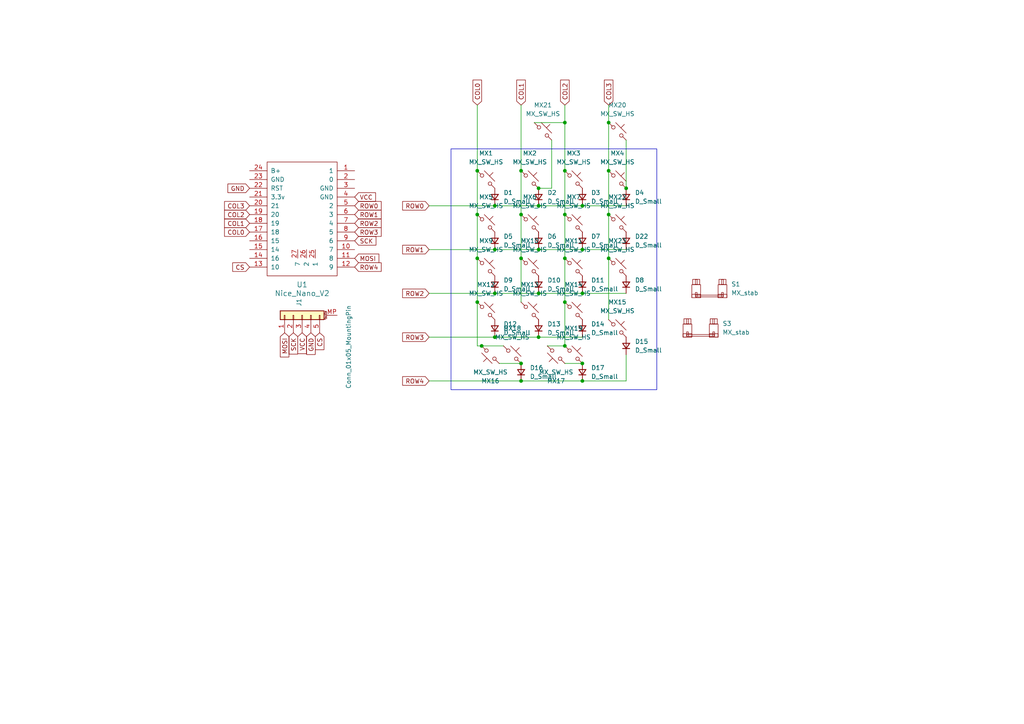
<source format=kicad_sch>
(kicad_sch (version 20231120) (generator "eeschema") (generator_version "8.0")
  (paper "A4")
  (lib_symbols
    (symbol "Connector_Generic_MountingPin:Conn_01x05_MountingPin" (pin_names (offset 1.016) hide)
      (property "Reference" "J" (at 0 7.62 0))
      (property "Value" "Conn_01x05_MountingPin" (at 1.27 -7.62 0))
      (symbol "Conn_01x05_MountingPin_1_1"
        (rectangle (start -1.27 -4.953) (end 0 -5.207) (stroke (width 0.1524)))
        (rectangle (start -1.27 -2.413) (end 0 -2.667) (stroke (width 0.1524)))
        (rectangle (start -1.27 0.127) (end 0 -0.127) (stroke (width 0.1524)))
        (rectangle (start -1.27 2.667) (end 0 2.413) (stroke (width 0.1524)))
        (rectangle (start -1.27 5.207) (end 0 4.953) (stroke (width 0.1524)))
        (rectangle (start -1.27 6.35) (end 1.27 -6.35) (stroke (width 0.254)) (fill (type background)))
        (polyline (pts (xy -1.016 -7.112) (xy 1.016 -7.112)) (stroke (width 0.1524)))
        (text "Mounting" (at 0 -6.731 0) (effects (font (size 0.381 0.381))))
        (pin passive line (at -5.08 5.08 0) (length 3.81) (name "Pin_1") (number "1"))
        (pin passive line (at -5.08 2.54 0) (length 3.81) (name "Pin_2") (number "2"))
        (pin passive line (at -5.08 0 0) (length 3.81) (name "Pin_3") (number "3"))
        (pin passive line (at -5.08 -2.54 0) (length 3.81) (name "Pin_4") (number "4"))
        (pin passive line (at -5.08 -5.08 0) (length 3.81) (name "Pin_5") (number "5"))
        (pin passive line (at 0 -10.16 90) (length 3.048) (name "MountPin") (number "MP"))
      )
    )
    (symbol "Device:D_Small" (pin_numbers hide) (pin_names (offset 0.254) hide)
      (property "Reference" "D" (at -1.27 2.032 0))
      (property "Value" "D_Small" (at -3.81 -2.032 0))
      (symbol "D_Small_0_1"
        (polyline (pts (xy -0.762 -1.016) (xy -0.762 1.016)) (stroke (width 0.254)))
        (polyline (pts (xy -0.762 0) (xy 0.762 0)))
        (polyline (pts (xy 0.762 -1.016) (xy -0.762 0) (xy 0.762 1.016) (xy 0.762 -1.016)) (stroke (width 0.254)))
      )
      (symbol "D_Small_1_1"
        (pin passive line (at -2.54 0 0) (length 1.778) (name "K") (number "1"))
        (pin passive line (at 2.54 0 180) (length 1.778) (name "A") (number "2"))
      )
    )
    (symbol "PCM_marbastlib-mx:MX_SW_HS_CPG151101S11" (pin_numbers hide) (pin_names (offset 1.016) hide)
      (property "Reference" "MX" (at 3.048 1.016 0))
      (property "Value" "MX_SW_HS" (at 0 -3.81 0))
      (symbol "MX_SW_HS_CPG151101S11_0_1"
        (circle (center -1.1684 1.1684) (radius 0.508))
        (polyline (pts (xy -0.508 2.54) (xy 2.54 -0.508)))
        (polyline (pts (xy 1.016 1.016) (xy 2.032 2.032)))
        (polyline (pts (xy -2.54 2.54) (xy -1.524 1.524) (xy -1.524 1.524)))
        (polyline (pts (xy 1.524 -1.524) (xy 2.54 -2.54) (xy 2.54 -2.54) (xy 2.54 -2.54)))
        (circle (center 1.143 -1.1938) (radius 0.508))
        (pin passive line (at -2.54 2.54 0) (length 0) (name "1") (number "1"))
        (pin passive line (at 2.54 -2.54 180) (length 0) (name "2") (number "2"))
      )
    )
    (symbol "PCM_marbastlib-mx:MX_stab" (pin_names (offset 1.016))
      (property "Reference" "S" (at -5.08 6.35 0))
      (property "Value" "MX_stab" (at -5.08 3.81 0))
      (symbol "MX_stab_0_1"
        (rectangle (start -5.08 -1.524) (end -2.54 -2.54))
        (rectangle (start -5.08 1.27) (end -2.54 -2.54))
        (rectangle (start -4.826 2.794) (end -2.794 1.27))
        (rectangle (start -4.064 -2.286) (end -3.556 -1.016))
        (rectangle (start -4.064 -1.778) (end 4.064 -2.286))
        (rectangle (start -4.064 1.27) (end -3.556 2.794))
        (rectangle (start 2.54 -1.524) (end 5.08 -2.54))
        (rectangle (start 2.54 1.27) (end 5.08 -2.54))
        (rectangle (start 2.794 2.794) (end 4.826 1.27))
        (rectangle (start 3.556 1.27) (end 4.064 2.794))
        (rectangle (start 4.064 -2.286) (end 3.556 -1.016))
      )
    )
    (symbol "ScottoKeebs:MCU_Nice_Nano_V2" (pin_names (offset 1.016))
      (property "Reference" "U" (at 0 0 0))
      (property "Value" "Nice_Nano_V2" (at 0 -19.05 0))
      (symbol "MCU_Nice_Nano_V2_0_1"
        (rectangle (start -10.16 16.51) (end 10.16 -16.51))
      )
      (symbol "MCU_Nice_Nano_V2_1_1"
        (pin input line (at -15.24 13.97 0) (length 5.08) (name "1") (number "1"))
        (pin input line (at -15.24 -8.89 0) (length 5.08) (name "7") (number "10"))
        (pin input line (at -15.24 -11.43 0) (length 5.08) (name "8") (number "11"))
        (pin input line (at -15.24 -13.97 0) (length 5.08) (name "9") (number "12"))
        (pin input line (at 15.24 -13.97 180) (length 5.08) (name "10") (number "13"))
        (pin input line (at 15.24 -11.43 180) (length 5.08) (name "16") (number "14"))
        (pin input line (at 15.24 -8.89 180) (length 5.08) (name "14") (number "15"))
        (pin input line (at 15.24 -6.35 180) (length 5.08) (name "15") (number "16"))
        (pin input line (at 15.24 -3.81 180) (length 5.08) (name "18") (number "17"))
        (pin input line (at 15.24 -1.27 180) (length 5.08) (name "19") (number "18"))
        (pin input line (at 15.24 1.27 180) (length 5.08) (name "20") (number "19"))
        (pin input line (at -15.24 11.43 0) (length 5.08) (name "0") (number "2"))
        (pin input line (at 15.24 3.81 180) (length 5.08) (name "21") (number "20"))
        (pin input line (at 15.24 6.35 180) (length 5.08) (name "3.3v") (number "21"))
        (pin input line (at 15.24 8.89 180) (length 5.08) (name "RST") (number "22"))
        (pin input line (at 15.24 11.43 180) (length 5.08) (name "GND") (number "23"))
        (pin input line (at 15.24 13.97 180) (length 5.08) (name "B+") (number "24"))
        (pin input line (at -3.81 -8.89 270) (length 2.5) (name "1") (number "25"))
        (pin input line (at -1.27 -8.89 270) (length 2.5) (name "2") (number "26"))
        (pin input line (at 1.27 -8.89 270) (length 2.5) (name "7") (number "27"))
        (pin input line (at -15.24 8.89 0) (length 5.08) (name "GND") (number "3"))
        (pin input line (at -15.24 6.35 0) (length 5.08) (name "GND") (number "4"))
        (pin input line (at -15.24 3.81 0) (length 5.08) (name "2") (number "5"))
        (pin input line (at -15.24 1.27 0) (length 5.08) (name "3") (number "6"))
        (pin input line (at -15.24 -1.27 0) (length 5.08) (name "4") (number "7"))
        (pin input line (at -15.24 -3.81 0) (length 5.08) (name "5") (number "8"))
        (pin input line (at -15.24 -6.35 0) (length 5.08) (name "6") (number "9"))
      )
    )
  )
  (junction (at 176.53 49.53))
  (junction (at 139.7 100.33))
  (junction (at 163.83 87.63))
  (junction (at 168.91 72.39))
  (junction (at 163.83 62.23))
  (junction (at 168.91 110.49))
  (junction (at 138.43 74.93))
  (junction (at 138.43 87.63))
  (junction (at 163.83 100.33))
  (junction (at 168.91 85.09))
  (junction (at 163.83 49.53))
  (junction (at 163.83 74.93))
  (junction (at 156.21 54.61))
  (junction (at 163.83 35.56))
  (junction (at 138.43 62.23))
  (junction (at 151.13 105.41))
  (junction (at 143.51 72.39))
  (junction (at 168.91 59.69))
  (junction (at 156.21 59.69))
  (junction (at 151.13 74.93))
  (junction (at 143.51 85.09))
  (junction (at 151.13 49.53))
  (junction (at 156.21 97.79))
  (junction (at 176.53 35.56))
  (junction (at 156.21 72.39))
  (junction (at 138.43 49.53))
  (junction (at 151.13 110.49))
  (junction (at 176.53 62.23))
  (junction (at 143.51 97.79))
  (junction (at 176.53 74.93))
  (junction (at 143.51 59.69))
  (junction (at 168.91 105.41))
  (junction (at 181.61 54.61))
  (junction (at 156.21 85.09))
  (junction (at 151.13 62.23))
  (wire (pts (xy 160.02 54.61) (xy 156.21 54.61)))
  (wire (pts (xy 168.91 59.69) (xy 181.61 59.69)))
  (wire (pts (xy 163.83 49.53) (xy 163.83 62.23)))
  (wire (pts (xy 168.91 110.49) (xy 181.61 110.49)))
  (wire (pts (xy 176.53 62.23) (xy 176.53 74.93)))
  (wire (pts (xy 151.13 49.53) (xy 151.13 62.23)))
  (wire (pts (xy 151.13 110.49) (xy 168.91 110.49)))
  (wire (pts (xy 124.46 59.69) (xy 143.51 59.69)))
  (wire (pts (xy 156.21 97.79) (xy 168.91 97.79)))
  (wire (pts (xy 163.83 35.56) (xy 163.83 49.53)))
  (wire (pts (xy 143.51 85.09) (xy 156.21 85.09)))
  (wire (pts (xy 168.91 72.39) (xy 181.61 72.39)))
  (wire (pts (xy 143.51 97.79) (xy 156.21 97.79)))
  (wire (pts (xy 181.61 40.64) (xy 181.61 54.61)))
  (wire (pts (xy 181.61 85.09) (xy 168.91 85.09)))
  (wire (pts (xy 144.78 105.41) (xy 151.13 105.41)))
  (wire (pts (xy 163.83 87.63) (xy 163.83 100.33)))
  (wire (pts (xy 163.83 105.41) (xy 168.91 105.41)))
  (wire (pts (xy 151.13 30.48) (xy 151.13 49.53)))
  (wire (pts (xy 176.53 49.53) (xy 176.53 62.23)))
  (wire (pts (xy 151.13 62.23) (xy 151.13 74.93)))
  (wire (pts (xy 138.43 74.93) (xy 138.43 87.63)))
  (wire (pts (xy 124.46 72.39) (xy 143.51 72.39)))
  (wire (pts (xy 156.21 85.09) (xy 168.91 85.09)))
  (wire (pts (xy 143.51 72.39) (xy 156.21 72.39)))
  (wire (pts (xy 151.13 74.93) (xy 151.13 87.63)))
  (wire (pts (xy 158.75 100.33) (xy 163.83 100.33)))
  (wire (pts (xy 156.21 59.69) (xy 168.91 59.69)))
  (wire (pts (xy 181.61 110.49) (xy 181.61 102.87)))
  (wire (pts (xy 154.94 35.56) (xy 163.83 35.56)))
  (wire (pts (xy 160.02 40.64) (xy 160.02 54.61)))
  (wire (pts (xy 176.53 35.56) (xy 176.53 49.53)))
  (wire (pts (xy 124.46 85.09) (xy 143.51 85.09)))
  (wire (pts (xy 139.7 100.33) (xy 146.05 100.33)))
  (wire (pts (xy 176.53 74.93) (xy 176.53 92.71)))
  (wire (pts (xy 163.83 62.23) (xy 163.83 74.93)))
  (wire (pts (xy 163.83 74.93) (xy 163.83 87.63)))
  (wire (pts (xy 124.46 110.49) (xy 151.13 110.49)))
  (wire (pts (xy 156.21 72.39) (xy 168.91 72.39)))
  (wire (pts (xy 138.43 87.63) (xy 138.43 100.33)))
  (wire (pts (xy 138.43 100.33) (xy 139.7 100.33)))
  (wire (pts (xy 143.51 59.69) (xy 156.21 59.69)))
  (wire (pts (xy 138.43 49.53) (xy 138.43 62.23)))
  (wire (pts (xy 138.43 62.23) (xy 138.43 74.93)))
  (wire (pts (xy 124.46 97.79) (xy 143.51 97.79)))
  (wire (pts (xy 138.43 30.48) (xy 138.43 49.53)))
  (wire (pts (xy 176.53 30.48) (xy 176.53 35.56)))
  (wire (pts (xy 163.83 30.48) (xy 163.83 35.56)))
  (rectangle (start 130.81 43.18) (end 190.5 113.03))
  (global_label "ROW1" (shape input) (at 124.46 72.39 180) (property "Intersheetrefs" "${INTERSHEET_REFS}" (effects (hide yes))))
  (global_label "COL2" (shape input) (at 163.83 30.48 90) (property "Intersheetrefs" "${INTERSHEET_REFS}" (effects (hide yes))))
  (global_label "ROW0" (shape input) (at 102.87 59.69 0) (property "Intersheetrefs" "${INTERSHEET_REFS}" (effects (hide yes))))
  (global_label "COL1" (shape input) (at 151.13 30.48 90) (property "Intersheetrefs" "${INTERSHEET_REFS}" (effects (hide yes))))
  (global_label "COL3" (shape input) (at 72.39 59.69 180) (property "Intersheetrefs" "${INTERSHEET_REFS}" (effects (hide yes))))
  (global_label "MOSI" (shape input) (at 102.87 74.93 0) (property "Intersheetrefs" "${INTERSHEET_REFS}" (effects (hide yes))))
  (global_label "CS" (shape input) (at 72.39 77.47 180) (property "Intersheetrefs" "${INTERSHEET_REFS}" (effects (hide yes))))
  (global_label "ROW1" (shape input) (at 102.87 62.23 0) (property "Intersheetrefs" "${INTERSHEET_REFS}" (effects (hide yes))))
  (global_label "GND" (shape input) (at 90.17 96.52 270) (property "Intersheetrefs" "${INTERSHEET_REFS}" (effects (hide yes))))
  (global_label "COL0" (shape input) (at 72.39 67.31 180) (property "Intersheetrefs" "${INTERSHEET_REFS}" (effects (hide yes))))
  (global_label "SCK" (shape input) (at 102.87 69.85 0) (property "Intersheetrefs" "${INTERSHEET_REFS}" (effects (hide yes))))
  (global_label "COL1" (shape input) (at 72.39 64.77 180) (property "Intersheetrefs" "${INTERSHEET_REFS}" (effects (hide yes))))
  (global_label "VCC" (shape input) (at 102.87 57.15 0) (property "Intersheetrefs" "${INTERSHEET_REFS}" (effects (hide yes))))
  (global_label "ROW3" (shape input) (at 102.87 67.31 0) (property "Intersheetrefs" "${INTERSHEET_REFS}" (effects (hide yes))))
  (global_label "ROW2" (shape input) (at 102.87 64.77 0) (property "Intersheetrefs" "${INTERSHEET_REFS}" (effects (hide yes))))
  (global_label "ROW0" (shape input) (at 124.46 59.69 180) (property "Intersheetrefs" "${INTERSHEET_REFS}" (effects (hide yes))))
  (global_label "VCC" (shape input) (at 87.63 96.52 270) (property "Intersheetrefs" "${INTERSHEET_REFS}" (effects (hide yes))))
  (global_label "ROW2" (shape input) (at 124.46 85.09 180) (property "Intersheetrefs" "${INTERSHEET_REFS}" (effects (hide yes))))
  (global_label "SCK" (shape input) (at 85.09 96.52 270) (property "Intersheetrefs" "${INTERSHEET_REFS}" (effects (hide yes))))
  (global_label "MOSI" (shape input) (at 82.55 96.52 270) (property "Intersheetrefs" "${INTERSHEET_REFS}" (effects (hide yes))))
  (global_label "ROW4" (shape input) (at 124.46 110.49 180) (property "Intersheetrefs" "${INTERSHEET_REFS}" (effects (hide yes))))
  (global_label "CS" (shape input) (at 92.71 96.52 270) (property "Intersheetrefs" "${INTERSHEET_REFS}" (effects (hide yes))))
  (global_label "COL3" (shape input) (at 176.53 30.48 90) (property "Intersheetrefs" "${INTERSHEET_REFS}" (effects (hide yes))))
  (global_label "GND" (shape input) (at 72.39 54.61 180) (property "Intersheetrefs" "${INTERSHEET_REFS}" (effects (hide yes))))
  (global_label "COL0" (shape input) (at 138.43 30.48 90) (property "Intersheetrefs" "${INTERSHEET_REFS}" (effects (hide yes))))
  (global_label "ROW3" (shape input) (at 124.46 97.79 180) (property "Intersheetrefs" "${INTERSHEET_REFS}" (effects (hide yes))))
  (global_label "COL2" (shape input) (at 72.39 62.23 180) (property "Intersheetrefs" "${INTERSHEET_REFS}" (effects (hide yes))))
  (global_label "ROW4" (shape input) (at 102.87 77.47 0) (property "Intersheetrefs" "${INTERSHEET_REFS}" (effects (hide yes))))
  (symbol (lib_id "Device:D_Small") (at 156.21 69.85 90) (unit 1)
    (property "Reference" "D6" (at 158.75 68.5799 90) (effects (justify right)))
    (property "Value" "D_Small" (at 158.75 71.1199 90) (effects (justify right)))
    (property "Footprint" "ScottoKeebs_Components:Diode_SOD-123" (effects (hide yes)))
    (property "Description" "Diode, small symbol" (effects (hide yes)))
    (property "Sim.Device" "D" (effects (hide yes)))
    (property "Sim.Pins" "1=K 2=A" (effects (hide yes)))
  )
  (symbol (lib_id "Device:D_Small") (at 168.91 107.95 90) (unit 1)
    (property "Reference" "D17" (at 171.45 106.6799 90) (effects (justify right)))
    (property "Value" "D_Small" (at 171.45 109.2199 90) (effects (justify right)))
    (property "Footprint" "ScottoKeebs_Components:Diode_SOD-123" (effects (hide yes)))
    (property "Description" "Diode, small symbol" (effects (hide yes)))
    (property "Sim.Device" "D" (effects (hide yes)))
    (property "Sim.Pins" "1=K 2=A" (effects (hide yes)))
  )
  (symbol (lib_id "PCM_marbastlib-mx:MX_SW_HS_CPG151101S11") (at 179.07 77.47 0) (unit 1)
    (property "Reference" "MX23" (at 179.07 69.85 0))
    (property "Value" "MX_SW_HS" (at 179.07 72.39 0))
    (property "Footprint" "PCM_marbastlib-mx:SW_MX_HS_CPG151101S11_1u" (effects (hide yes)))
    (property "Description" "Push button switch, normally open, two pins, 45° tilted, Kailh CPG151101S11 for Cherry MX style switches" (effects (hide yes)))
  )
  (symbol (lib_id "PCM_marbastlib-mx:MX_SW_HS_CPG151101S11") (at 166.37 90.17 0) (unit 1)
    (property "Reference" "MX14" (at 166.37 82.55 0))
    (property "Value" "MX_SW_HS" (at 166.37 85.09 0))
    (property "Footprint" "PCM_marbastlib-mx:SW_MX_HS_CPG151101S11_1u" (effects (hide yes)))
    (property "Description" "Push button switch, normally open, two pins, 45° tilted, Kailh CPG151101S11 for Cherry MX style switches" (effects (hide yes)))
  )
  (symbol (lib_id "PCM_marbastlib-mx:MX_SW_HS_CPG151101S11") (at 140.97 64.77 0) (unit 1)
    (property "Reference" "MX5" (at 140.97 57.15 0))
    (property "Value" "MX_SW_HS" (at 140.97 59.69 0))
    (property "Footprint" "PCM_marbastlib-mx:SW_MX_HS_CPG151101S11_1u" (effects (hide yes)))
    (property "Description" "Push button switch, normally open, two pins, 45° tilted, Kailh CPG151101S11 for Cherry MX style switches" (effects (hide yes)))
  )
  (symbol (lib_id "PCM_marbastlib-mx:MX_SW_HS_CPG151101S11") (at 179.07 52.07 0) (unit 1)
    (property "Reference" "MX4" (at 179.07 44.45 0))
    (property "Value" "MX_SW_HS" (at 179.07 46.99 0))
    (property "Footprint" "PCM_marbastlib-mx:SW_MX_HS_CPG151101S11_1u" (effects (hide yes)))
    (property "Description" "Push button switch, normally open, two pins, 45° tilted, Kailh CPG151101S11 for Cherry MX style switches" (effects (hide yes)))
  )
  (symbol (lib_id "PCM_marbastlib-mx:MX_SW_HS_CPG151101S11") (at 166.37 102.87 0) (unit 1)
    (property "Reference" "MX19" (at 166.37 95.25 0))
    (property "Value" "MX_SW_HS" (at 166.37 97.79 0))
    (property "Footprint" "PCM_marbastlib-mx:SW_MX_HS_CPG151101S11_1.25u" (effects (hide yes)))
    (property "Description" "Push button switch, normally open, two pins, 45° tilted, Kailh CPG151101S11 for Cherry MX style switches" (effects (hide yes)))
  )
  (symbol (lib_id "Device:D_Small") (at 156.21 82.55 90) (unit 1)
    (property "Reference" "D10" (at 158.75 81.2799 90) (effects (justify right)))
    (property "Value" "D_Small" (at 158.75 83.8199 90) (effects (justify right)))
    (property "Footprint" "ScottoKeebs_Components:Diode_SOD-123" (effects (hide yes)))
    (property "Description" "Diode, small symbol" (effects (hide yes)))
    (property "Sim.Device" "D" (effects (hide yes)))
    (property "Sim.Pins" "1=K 2=A" (effects (hide yes)))
  )
  (symbol (lib_id "PCM_marbastlib-mx:MX_SW_HS_CPG151101S11") (at 179.07 64.77 0) (unit 1)
    (property "Reference" "MX22" (at 179.07 57.15 0))
    (property "Value" "MX_SW_HS" (at 179.07 59.69 0))
    (property "Footprint" "PCM_marbastlib-mx:SW_MX_HS_CPG151101S11_1u" (effects (hide yes)))
    (property "Description" "Push button switch, normally open, two pins, 45° tilted, Kailh CPG151101S11 for Cherry MX style switches" (effects (hide yes)))
  )
  (symbol (lib_id "ScottoKeebs:MCU_Nice_Nano_V2") (at 87.63 63.5 0) (mirror y) (unit 1)
    (property "Reference" "U1" (at 87.63 82.55 0) (effects (font (size 1.524 1.524))))
    (property "Value" "Nice_Nano_V2" (at 87.63 85.09 0) (effects (font (size 1.524 1.524))))
    (property "Footprint" "ScottoKeebs_MCU:Nice_Nano_V2" (effects (hide yes)))
  )
  (symbol (lib_id "Device:D_Small") (at 181.61 100.33 90) (unit 1)
    (property "Reference" "D15" (at 184.15 99.0599 90) (effects (justify right)))
    (property "Value" "D_Small" (at 184.15 101.5999 90) (effects (justify right)))
    (property "Footprint" "ScottoKeebs_Components:Diode_SOD-123" (effects (hide yes)))
    (property "Description" "Diode, small symbol" (effects (hide yes)))
    (property "Sim.Device" "D" (effects (hide yes)))
    (property "Sim.Pins" "1=K 2=A" (effects (hide yes)))
  )
  (symbol (lib_id "Device:D_Small") (at 168.91 95.25 90) (unit 1)
    (property "Reference" "D14" (at 171.45 93.9799 90) (effects (justify right)))
    (property "Value" "D_Small" (at 171.45 96.5199 90) (effects (justify right)))
    (property "Footprint" "ScottoKeebs_Components:Diode_SOD-123" (effects (hide yes)))
    (property "Description" "Diode, small symbol" (effects (hide yes)))
    (property "Sim.Device" "D" (effects (hide yes)))
    (property "Sim.Pins" "1=K 2=A" (effects (hide yes)))
  )
  (symbol (lib_id "PCM_marbastlib-mx:MX_stab") (at 205.74 83.82 0) (unit 1)
    (property "Reference" "S1" (at 212.09 82.4229 0) (effects (justify left)))
    (property "Value" "MX_stab" (at 212.09 84.9629 0) (effects (justify left)))
    (property "Footprint" "PCM_marbastlib-mx:STAB_MX_2u" (effects (hide yes)))
    (property "Description" "Cherry MX-style stabilizer" (effects (hide yes)))
  )
  (symbol (lib_id "PCM_marbastlib-mx:MX_SW_HS_CPG151101S11") (at 140.97 52.07 0) (unit 1)
    (property "Reference" "MX1" (at 140.97 44.45 0))
    (property "Value" "MX_SW_HS" (at 140.97 46.99 0))
    (property "Footprint" "PCM_marbastlib-mx:SW_MX_HS_CPG151101S11_1u" (effects (hide yes)))
    (property "Description" "Push button switch, normally open, two pins, 45° tilted, Kailh CPG151101S11 for Cherry MX style switches" (effects (hide yes)))
  )
  (symbol (lib_id "PCM_marbastlib-mx:MX_stab") (at 203.2 95.25 0) (unit 1)
    (property "Reference" "S3" (at 209.55 93.8529 0) (effects (justify left)))
    (property "Value" "MX_stab" (at 209.55 96.3929 0) (effects (justify left)))
    (property "Footprint" "PCM_marbastlib-mx:STAB_MX_2u" (effects (hide yes)))
    (property "Description" "Cherry MX-style stabilizer" (effects (hide yes)))
  )
  (symbol (lib_id "Connector_Generic_MountingPin:Conn_01x05_MountingPin") (at 87.63 91.44 90) (unit 1)
    (property "Reference" "J1" (at 86.7155 88.9 0) (effects (justify left)))
    (property "Value" "Conn_01x05_MountingPin" (at 101.092 112.776 0) (effects (justify left)))
    (property "Description" "Generic connectable mounting pin connector, single row, 01x05, script generated (kicad-library-utils/schlib/autogen/connector/)" (effects (hide yes)))
  )
  (symbol (lib_id "Device:D_Small") (at 143.51 69.85 90) (unit 1)
    (property "Reference" "D5" (at 146.05 68.5799 90) (effects (justify right)))
    (property "Value" "D_Small" (at 146.05 71.1199 90) (effects (justify right)))
    (property "Footprint" "ScottoKeebs_Components:Diode_SOD-123" (effects (hide yes)))
    (property "Description" "Diode, small symbol" (effects (hide yes)))
    (property "Sim.Device" "D" (effects (hide yes)))
    (property "Sim.Pins" "1=K 2=A" (effects (hide yes)))
  )
  (symbol (lib_id "PCM_marbastlib-mx:MX_SW_HS_CPG151101S11") (at 179.07 95.25 0) (unit 1)
    (property "Reference" "MX15" (at 179.07 87.63 0))
    (property "Value" "MX_SW_HS" (at 179.07 90.17 0))
    (property "Footprint" "PCM_marbastlib-mx:SW_MX_HS_CPG151101S11_1u" (effects (hide yes)))
    (property "Description" "Push button switch, normally open, two pins, 45° tilted, Kailh CPG151101S11 for Cherry MX style switches" (effects (hide yes)))
  )
  (symbol (lib_id "Device:D_Small") (at 181.61 57.15 90) (unit 1)
    (property "Reference" "D4" (at 184.15 55.8799 90) (effects (justify right)))
    (property "Value" "D_Small" (at 184.15 58.4199 90) (effects (justify right)))
    (property "Footprint" "ScottoKeebs_Components:Diode_SOD-123" (effects (hide yes)))
    (property "Description" "Diode, small symbol" (effects (hide yes)))
    (property "Sim.Device" "D" (effects (hide yes)))
    (property "Sim.Pins" "1=K 2=A" (effects (hide yes)))
  )
  (symbol (lib_id "PCM_marbastlib-mx:MX_SW_HS_CPG151101S11") (at 153.67 77.47 0) (unit 1)
    (property "Reference" "MX10" (at 153.67 69.85 0))
    (property "Value" "MX_SW_HS" (at 153.67 72.39 0))
    (property "Footprint" "PCM_marbastlib-mx:SW_MX_HS_CPG151101S11_1u" (effects (hide yes)))
    (property "Description" "Push button switch, normally open, two pins, 45° tilted, Kailh CPG151101S11 for Cherry MX style switches" (effects (hide yes)))
  )
  (symbol (lib_id "PCM_marbastlib-mx:MX_SW_HS_CPG151101S11") (at 161.29 102.87 180) (unit 1)
    (property "Reference" "MX17" (at 161.29 110.49 0))
    (property "Value" "MX_SW_HS" (at 161.29 107.95 0))
    (property "Footprint" "PCM_marbastlib-mx:SW_MX_HS_CPG151101S11_1u" (effects (hide yes)))
    (property "Description" "Push button switch, normally open, two pins, 45° tilted, Kailh CPG151101S11 for Cherry MX style switches" (effects (hide yes)))
  )
  (symbol (lib_id "PCM_marbastlib-mx:MX_SW_HS_CPG151101S11") (at 153.67 90.17 0) (unit 1)
    (property "Reference" "MX13" (at 153.67 82.55 0))
    (property "Value" "MX_SW_HS" (at 153.67 85.09 0))
    (property "Footprint" "PCM_marbastlib-mx:SW_MX_HS_CPG151101S11_1u" (effects (hide yes)))
    (property "Description" "Push button switch, normally open, two pins, 45° tilted, Kailh CPG151101S11 for Cherry MX style switches" (effects (hide yes)))
  )
  (symbol (lib_id "Device:D_Small") (at 143.51 95.25 90) (unit 1)
    (property "Reference" "D12" (at 146.05 93.9799 90) (effects (justify right)))
    (property "Value" "D_Small" (at 146.05 96.5199 90) (effects (justify right)))
    (property "Footprint" "ScottoKeebs_Components:Diode_SOD-123" (effects (hide yes)))
    (property "Description" "Diode, small symbol" (effects (hide yes)))
    (property "Sim.Device" "D" (effects (hide yes)))
    (property "Sim.Pins" "1=K 2=A" (effects (hide yes)))
  )
  (symbol (lib_id "PCM_marbastlib-mx:MX_SW_HS_CPG151101S11") (at 153.67 52.07 0) (unit 1)
    (property "Reference" "MX2" (at 153.67 44.45 0))
    (property "Value" "MX_SW_HS" (at 153.67 46.99 0))
    (property "Footprint" "PCM_marbastlib-mx:SW_MX_HS_CPG151101S11_1u" (effects (hide yes)))
    (property "Description" "Push button switch, normally open, two pins, 45° tilted, Kailh CPG151101S11 for Cherry MX style switches" (effects (hide yes)))
  )
  (symbol (lib_id "PCM_marbastlib-mx:MX_SW_HS_CPG151101S11") (at 166.37 52.07 0) (unit 1)
    (property "Reference" "MX3" (at 166.37 44.45 0))
    (property "Value" "MX_SW_HS" (at 166.37 46.99 0))
    (property "Footprint" "PCM_marbastlib-mx:SW_MX_HS_CPG151101S11_1u" (effects (hide yes)))
    (property "Description" "Push button switch, normally open, two pins, 45° tilted, Kailh CPG151101S11 for Cherry MX style switches" (effects (hide yes)))
  )
  (symbol (lib_id "Device:D_Small") (at 143.51 57.15 90) (unit 1)
    (property "Reference" "D1" (at 146.05 55.8799 90) (effects (justify right)))
    (property "Value" "D_Small" (at 146.05 58.4199 90) (effects (justify right)))
    (property "Footprint" "ScottoKeebs_Components:Diode_SOD-123" (effects (hide yes)))
    (property "Description" "Diode, small symbol" (effects (hide yes)))
    (property "Sim.Device" "D" (effects (hide yes)))
    (property "Sim.Pins" "1=K 2=A" (effects (hide yes)))
  )
  (symbol (lib_id "PCM_marbastlib-mx:MX_SW_HS_CPG151101S11") (at 140.97 90.17 0) (unit 1)
    (property "Reference" "MX12" (at 140.97 82.55 0))
    (property "Value" "MX_SW_HS" (at 140.97 85.09 0))
    (property "Footprint" "PCM_marbastlib-mx:SW_MX_HS_CPG151101S11_1u" (effects (hide yes)))
    (property "Description" "Push button switch, normally open, two pins, 45° tilted, Kailh CPG151101S11 for Cherry MX style switches" (effects (hide yes)))
  )
  (symbol (lib_id "PCM_marbastlib-mx:MX_SW_HS_CPG151101S11") (at 140.97 77.47 0) (unit 1)
    (property "Reference" "MX9" (at 140.97 69.85 0))
    (property "Value" "MX_SW_HS" (at 140.97 72.39 0))
    (property "Footprint" "PCM_marbastlib-mx:SW_MX_HS_CPG151101S11_1u" (effects (hide yes)))
    (property "Description" "Push button switch, normally open, two pins, 45° tilted, Kailh CPG151101S11 for Cherry MX style switches" (effects (hide yes)))
  )
  (symbol (lib_id "PCM_marbastlib-mx:MX_SW_HS_CPG151101S11") (at 142.24 102.87 180) (unit 1)
    (property "Reference" "MX16" (at 142.24 110.49 0))
    (property "Value" "MX_SW_HS" (at 142.24 107.95 0))
    (property "Footprint" "PCM_marbastlib-mx:SW_MX_HS_CPG151101S11_1u" (effects (hide yes)))
    (property "Description" "Push button switch, normally open, two pins, 45° tilted, Kailh CPG151101S11 for Cherry MX style switches" (effects (hide yes)))
  )
  (symbol (lib_id "Device:D_Small") (at 143.51 82.55 90) (unit 1)
    (property "Reference" "D9" (at 146.05 81.2799 90) (effects (justify right)))
    (property "Value" "D_Small" (at 146.05 83.8199 90) (effects (justify right)))
    (property "Footprint" "ScottoKeebs_Components:Diode_SOD-123" (effects (hide yes)))
    (property "Description" "Diode, small symbol" (effects (hide yes)))
    (property "Sim.Device" "D" (effects (hide yes)))
    (property "Sim.Pins" "1=K 2=A" (effects (hide yes)))
  )
  (symbol (lib_id "PCM_marbastlib-mx:MX_SW_HS_CPG151101S11") (at 157.48 38.1 0) (unit 1)
    (property "Reference" "MX21" (at 157.48 30.48 0))
    (property "Value" "MX_SW_HS" (at 157.48 33.02 0))
    (property "Footprint" "PCM_marbastlib-mx:SW_MX_HS_CPG151101S11_1.5u" (effects (hide yes)))
    (property "Description" "Push button switch, normally open, two pins, 45° tilted, Kailh CPG151101S11 for Cherry MX style switches" (effects (hide yes)))
  )
  (symbol (lib_id "Device:D_Small") (at 168.91 82.55 90) (unit 1)
    (property "Reference" "D11" (at 171.45 81.2799 90) (effects (justify right)))
    (property "Value" "D_Small" (at 171.45 83.8199 90) (effects (justify right)))
    (property "Footprint" "ScottoKeebs_Components:Diode_SOD-123" (effects (hide yes)))
    (property "Description" "Diode, small symbol" (effects (hide yes)))
    (property "Sim.Device" "D" (effects (hide yes)))
    (property "Sim.Pins" "1=K 2=A" (effects (hide yes)))
  )
  (symbol (lib_id "Device:D_Small") (at 181.61 69.85 90) (unit 1)
    (property "Reference" "D22" (at 184.15 68.5799 90) (effects (justify right)))
    (property "Value" "D_Small" (at 184.15 71.1199 90) (effects (justify right)))
    (property "Footprint" "ScottoKeebs_Components:Diode_SOD-123" (effects (hide yes)))
    (property "Description" "Diode, small symbol" (effects (hide yes)))
    (property "Sim.Device" "D" (effects (hide yes)))
    (property "Sim.Pins" "1=K 2=A" (effects (hide yes)))
  )
  (symbol (lib_id "PCM_marbastlib-mx:MX_SW_HS_CPG151101S11") (at 166.37 77.47 0) (unit 1)
    (property "Reference" "MX11" (at 166.37 69.85 0))
    (property "Value" "MX_SW_HS" (at 166.37 72.39 0))
    (property "Footprint" "PCM_marbastlib-mx:SW_MX_HS_CPG151101S11_1u" (effects (hide yes)))
    (property "Description" "Push button switch, normally open, two pins, 45° tilted, Kailh CPG151101S11 for Cherry MX style switches" (effects (hide yes)))
  )
  (symbol (lib_id "Device:D_Small") (at 156.21 57.15 90) (unit 1)
    (property "Reference" "D2" (at 158.75 55.8799 90) (effects (justify right)))
    (property "Value" "D_Small" (at 158.75 58.4199 90) (effects (justify right)))
    (property "Footprint" "ScottoKeebs_Components:Diode_SOD-123" (effects (hide yes)))
    (property "Description" "Diode, small symbol" (effects (hide yes)))
    (property "Sim.Device" "D" (effects (hide yes)))
    (property "Sim.Pins" "1=K 2=A" (effects (hide yes)))
  )
  (symbol (lib_id "PCM_marbastlib-mx:MX_SW_HS_CPG151101S11") (at 153.67 64.77 0) (unit 1)
    (property "Reference" "MX6" (at 153.67 57.15 0))
    (property "Value" "MX_SW_HS" (at 153.67 59.69 0))
    (property "Footprint" "PCM_marbastlib-mx:SW_MX_HS_CPG151101S11_1u" (effects (hide yes)))
    (property "Description" "Push button switch, normally open, two pins, 45° tilted, Kailh CPG151101S11 for Cherry MX style switches" (effects (hide yes)))
  )
  (symbol (lib_id "Device:D_Small") (at 168.91 57.15 90) (unit 1)
    (property "Reference" "D3" (at 171.45 55.8799 90) (effects (justify right)))
    (property "Value" "D_Small" (at 171.45 58.4199 90) (effects (justify right)))
    (property "Footprint" "ScottoKeebs_Components:Diode_SOD-123" (effects (hide yes)))
    (property "Description" "Diode, small symbol" (effects (hide yes)))
    (property "Sim.Device" "D" (effects (hide yes)))
    (property "Sim.Pins" "1=K 2=A" (effects (hide yes)))
  )
  (symbol (lib_id "PCM_marbastlib-mx:MX_SW_HS_CPG151101S11") (at 179.07 38.1 0) (unit 1)
    (property "Reference" "MX20" (at 179.07 30.48 0))
    (property "Value" "MX_SW_HS" (at 179.07 33.02 0))
    (property "Footprint" "PCM_marbastlib-mx:SW_MX_HS_CPG151101S11_1.5u" (effects (hide yes)))
    (property "Description" "Push button switch, normally open, two pins, 45° tilted, Kailh CPG151101S11 for Cherry MX style switches" (effects (hide yes)))
  )
  (symbol (lib_id "PCM_marbastlib-mx:MX_SW_HS_CPG151101S11") (at 148.59 102.87 0) (unit 1)
    (property "Reference" "MX18" (at 148.59 95.25 0))
    (property "Value" "MX_SW_HS" (at 148.59 97.79 0))
    (property "Footprint" "PCM_marbastlib-mx:SW_MX_HS_CPG151101S11_1.75u" (effects (hide yes)))
    (property "Description" "Push button switch, normally open, two pins, 45° tilted, Kailh CPG151101S11 for Cherry MX style switches" (effects (hide yes)))
  )
  (symbol (lib_id "Device:D_Small") (at 156.21 95.25 90) (unit 1)
    (property "Reference" "D13" (at 158.75 93.9799 90) (effects (justify right)))
    (property "Value" "D_Small" (at 158.75 96.5199 90) (effects (justify right)))
    (property "Footprint" "ScottoKeebs_Components:Diode_SOD-123" (effects (hide yes)))
    (property "Description" "Diode, small symbol" (effects (hide yes)))
    (property "Sim.Device" "D" (effects (hide yes)))
    (property "Sim.Pins" "1=K 2=A" (effects (hide yes)))
  )
  (symbol (lib_id "Device:D_Small") (at 168.91 69.85 90) (unit 1)
    (property "Reference" "D7" (at 171.45 68.5799 90) (effects (justify right)))
    (property "Value" "D_Small" (at 171.45 71.1199 90) (effects (justify right)))
    (property "Footprint" "ScottoKeebs_Components:Diode_SOD-123" (effects (hide yes)))
    (property "Description" "Diode, small symbol" (effects (hide yes)))
    (property "Sim.Device" "D" (effects (hide yes)))
    (property "Sim.Pins" "1=K 2=A" (effects (hide yes)))
  )
  (symbol (lib_id "Device:D_Small") (at 151.13 107.95 90) (unit 1)
    (property "Reference" "D16" (at 153.67 106.6799 90) (effects (justify right)))
    (property "Value" "D_Small" (at 153.67 109.2199 90) (effects (justify right)))
    (property "Footprint" "ScottoKeebs_Components:Diode_SOD-123" (effects (hide yes)))
    (property "Description" "Diode, small symbol" (effects (hide yes)))
    (property "Sim.Device" "D" (effects (hide yes)))
    (property "Sim.Pins" "1=K 2=A" (effects (hide yes)))
  )
  (symbol (lib_id "PCM_marbastlib-mx:MX_SW_HS_CPG151101S11") (at 166.37 64.77 0) (unit 1)
    (property "Reference" "MX7" (at 166.37 57.15 0))
    (property "Value" "MX_SW_HS" (at 166.37 59.69 0))
    (property "Footprint" "PCM_marbastlib-mx:SW_MX_HS_CPG151101S11_1u" (effects (hide yes)))
    (property "Description" "Push button switch, normally open, two pins, 45° tilted, Kailh CPG151101S11 for Cherry MX style switches" (effects (hide yes)))
  )
  (symbol (lib_id "Device:D_Small") (at 181.61 82.55 90) (unit 1)
    (property "Reference" "D8" (at 184.15 81.2799 90) (effects (justify right)))
    (property "Value" "D_Small" (at 184.15 83.8199 90) (effects (justify right)))
    (property "Footprint" "ScottoKeebs_Components:Diode_SOD-123" (effects (hide yes)))
    (property "Description" "Diode, small symbol" (effects (hide yes)))
    (property "Sim.Device" "D" (effects (hide yes)))
    (property "Sim.Pins" "1=K 2=A" (effects (hide yes)))
  )
)
</source>
